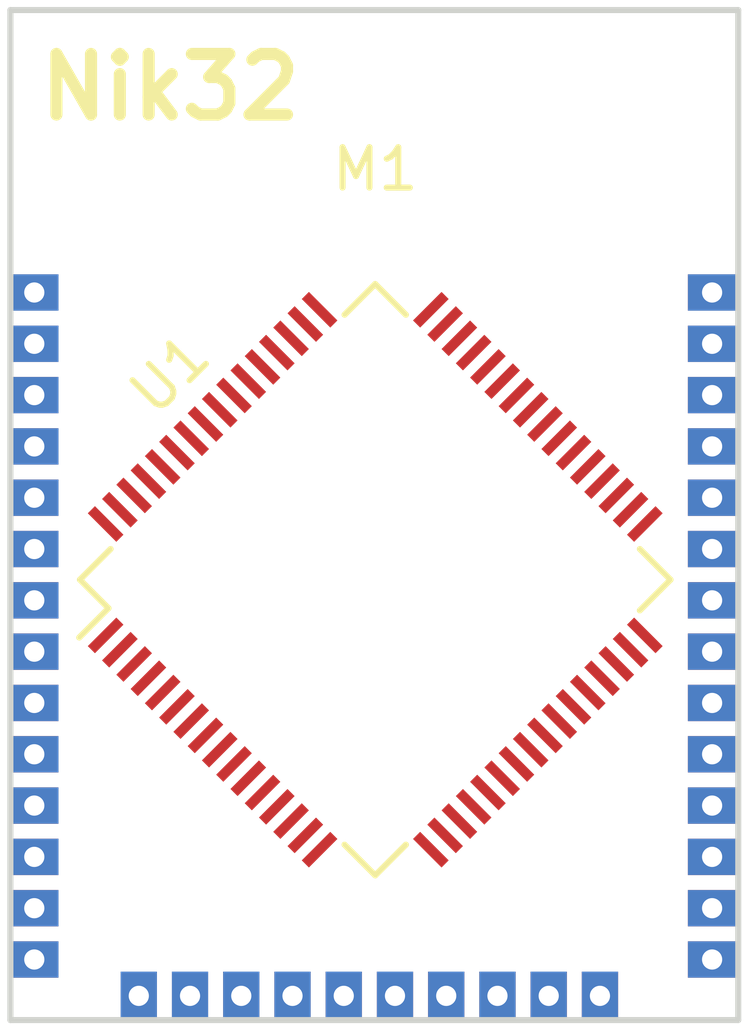
<source format=kicad_pcb>
(kicad_pcb (version 20171130) (host pcbnew "(5.0.0)")

  (general
    (thickness 1.6)
    (drawings 9)
    (tracks 0)
    (zones 0)
    (modules 2)
    (nets 103)
  )

  (page A4)
  (layers
    (0 F.Cu signal)
    (31 B.Cu signal)
    (32 B.Adhes user)
    (33 F.Adhes user)
    (34 B.Paste user)
    (35 F.Paste user)
    (36 B.SilkS user)
    (37 F.SilkS user)
    (38 B.Mask user)
    (39 F.Mask user)
    (40 Dwgs.User user)
    (41 Cmts.User user)
    (42 Eco1.User user)
    (43 Eco2.User user)
    (44 Edge.Cuts user)
    (45 Margin user)
    (46 B.CrtYd user hide)
    (47 F.CrtYd user)
    (48 B.Fab user hide)
    (49 F.Fab user hide)
  )

  (setup
    (last_trace_width 0.25)
    (trace_clearance 0.2)
    (zone_clearance 0.508)
    (zone_45_only no)
    (trace_min 0.2)
    (segment_width 0.2)
    (edge_width 0.15)
    (via_size 0.8)
    (via_drill 0.4)
    (via_min_size 0.4)
    (via_min_drill 0.3)
    (uvia_size 0.3)
    (uvia_drill 0.1)
    (uvias_allowed no)
    (uvia_min_size 0.2)
    (uvia_min_drill 0.1)
    (pcb_text_width 0.3)
    (pcb_text_size 1.5 1.5)
    (mod_edge_width 0.15)
    (mod_text_size 1 1)
    (mod_text_width 0.15)
    (pad_size 1.524 1.524)
    (pad_drill 0.762)
    (pad_to_mask_clearance 0.2)
    (aux_axis_origin 0 0)
    (visible_elements 7FFFFFFF)
    (pcbplotparams
      (layerselection 0x010fc_ffffffff)
      (usegerberextensions false)
      (usegerberattributes false)
      (usegerberadvancedattributes false)
      (creategerberjobfile false)
      (excludeedgelayer true)
      (linewidth 0.100000)
      (plotframeref false)
      (viasonmask false)
      (mode 1)
      (useauxorigin false)
      (hpglpennumber 1)
      (hpglpenspeed 20)
      (hpglpendiameter 15.000000)
      (psnegative false)
      (psa4output false)
      (plotreference true)
      (plotvalue true)
      (plotinvisibletext false)
      (padsonsilk false)
      (subtractmaskfromsilk false)
      (outputformat 1)
      (mirror false)
      (drillshape 1)
      (scaleselection 1)
      (outputdirectory ""))
  )

  (net 0 "")
  (net 1 "Net-(M1-Pad1)")
  (net 2 "Net-(M1-Pad2)")
  (net 3 "Net-(M1-Pad3)")
  (net 4 "Net-(M1-Pad4)")
  (net 5 "Net-(M1-Pad5)")
  (net 6 "Net-(M1-Pad6)")
  (net 7 "Net-(M1-Pad7)")
  (net 8 "Net-(M1-Pad8)")
  (net 9 "Net-(M1-Pad9)")
  (net 10 "Net-(M1-Pad10)")
  (net 11 "Net-(M1-Pad11)")
  (net 12 "Net-(M1-Pad12)")
  (net 13 "Net-(M1-Pad13)")
  (net 14 "Net-(M1-Pad14)")
  (net 15 "Net-(M1-Pad38)")
  (net 16 "Net-(M1-Pad25)")
  (net 17 "Net-(M1-Pad26)")
  (net 18 "Net-(M1-Pad27)")
  (net 19 "Net-(M1-Pad28)")
  (net 20 "Net-(M1-Pad29)")
  (net 21 "Net-(M1-Pad30)")
  (net 22 "Net-(M1-Pad31)")
  (net 23 "Net-(M1-Pad32)")
  (net 24 "Net-(M1-Pad33)")
  (net 25 "Net-(M1-Pad34)")
  (net 26 "Net-(M1-Pad35)")
  (net 27 "Net-(M1-Pad36)")
  (net 28 "Net-(M1-Pad37)")
  (net 29 "Net-(M1-Pad15)")
  (net 30 "Net-(M1-Pad16)")
  (net 31 "Net-(M1-Pad17)")
  (net 32 "Net-(M1-Pad18)")
  (net 33 "Net-(M1-Pad19)")
  (net 34 "Net-(M1-Pad20)")
  (net 35 "Net-(M1-Pad21)")
  (net 36 "Net-(M1-Pad22)")
  (net 37 "Net-(M1-Pad23)")
  (net 38 "Net-(M1-Pad24)")
  (net 39 "Net-(U1-Pad1)")
  (net 40 "Net-(U1-Pad2)")
  (net 41 "Net-(U1-Pad3)")
  (net 42 "Net-(U1-Pad4)")
  (net 43 "Net-(U1-Pad5)")
  (net 44 "Net-(U1-Pad6)")
  (net 45 "Net-(U1-Pad7)")
  (net 46 "Net-(U1-Pad8)")
  (net 47 "Net-(U1-Pad9)")
  (net 48 "Net-(U1-Pad10)")
  (net 49 "Net-(U1-Pad11)")
  (net 50 "Net-(U1-Pad12)")
  (net 51 "Net-(U1-Pad13)")
  (net 52 "Net-(U1-Pad14)")
  (net 53 "Net-(U1-Pad15)")
  (net 54 "Net-(U1-Pad16)")
  (net 55 "Net-(U1-Pad17)")
  (net 56 "Net-(U1-Pad18)")
  (net 57 "Net-(U1-Pad19)")
  (net 58 "Net-(U1-Pad20)")
  (net 59 "Net-(U1-Pad21)")
  (net 60 "Net-(U1-Pad22)")
  (net 61 "Net-(U1-Pad23)")
  (net 62 "Net-(U1-Pad24)")
  (net 63 "Net-(U1-Pad25)")
  (net 64 "Net-(U1-Pad26)")
  (net 65 "Net-(U1-Pad27)")
  (net 66 "Net-(U1-Pad28)")
  (net 67 "Net-(U1-Pad29)")
  (net 68 "Net-(U1-Pad30)")
  (net 69 "Net-(U1-Pad31)")
  (net 70 "Net-(U1-Pad32)")
  (net 71 "Net-(U1-Pad33)")
  (net 72 "Net-(U1-Pad34)")
  (net 73 "Net-(U1-Pad35)")
  (net 74 "Net-(U1-Pad36)")
  (net 75 "Net-(U1-Pad37)")
  (net 76 "Net-(U1-Pad38)")
  (net 77 "Net-(U1-Pad39)")
  (net 78 "Net-(U1-Pad40)")
  (net 79 "Net-(U1-Pad41)")
  (net 80 "Net-(U1-Pad42)")
  (net 81 "Net-(U1-Pad43)")
  (net 82 "Net-(U1-Pad44)")
  (net 83 "Net-(U1-Pad45)")
  (net 84 "Net-(U1-Pad46)")
  (net 85 "Net-(U1-Pad47)")
  (net 86 "Net-(U1-Pad48)")
  (net 87 "Net-(U1-Pad49)")
  (net 88 "Net-(U1-Pad50)")
  (net 89 "Net-(U1-Pad51)")
  (net 90 "Net-(U1-Pad52)")
  (net 91 "Net-(U1-Pad53)")
  (net 92 "Net-(U1-Pad54)")
  (net 93 "Net-(U1-Pad55)")
  (net 94 "Net-(U1-Pad56)")
  (net 95 "Net-(U1-Pad57)")
  (net 96 "Net-(U1-Pad58)")
  (net 97 "Net-(U1-Pad59)")
  (net 98 "Net-(U1-Pad60)")
  (net 99 "Net-(U1-Pad61)")
  (net 100 "Net-(U1-Pad62)")
  (net 101 "Net-(U1-Pad63)")
  (net 102 "Net-(U1-Pad64)")

  (net_class Default "This is the default net class."
    (clearance 0.2)
    (trace_width 0.25)
    (via_dia 0.8)
    (via_drill 0.4)
    (uvia_dia 0.3)
    (uvia_drill 0.1)
    (add_net "Net-(M1-Pad1)")
    (add_net "Net-(M1-Pad10)")
    (add_net "Net-(M1-Pad11)")
    (add_net "Net-(M1-Pad12)")
    (add_net "Net-(M1-Pad13)")
    (add_net "Net-(M1-Pad14)")
    (add_net "Net-(M1-Pad15)")
    (add_net "Net-(M1-Pad16)")
    (add_net "Net-(M1-Pad17)")
    (add_net "Net-(M1-Pad18)")
    (add_net "Net-(M1-Pad19)")
    (add_net "Net-(M1-Pad2)")
    (add_net "Net-(M1-Pad20)")
    (add_net "Net-(M1-Pad21)")
    (add_net "Net-(M1-Pad22)")
    (add_net "Net-(M1-Pad23)")
    (add_net "Net-(M1-Pad24)")
    (add_net "Net-(M1-Pad25)")
    (add_net "Net-(M1-Pad26)")
    (add_net "Net-(M1-Pad27)")
    (add_net "Net-(M1-Pad28)")
    (add_net "Net-(M1-Pad29)")
    (add_net "Net-(M1-Pad3)")
    (add_net "Net-(M1-Pad30)")
    (add_net "Net-(M1-Pad31)")
    (add_net "Net-(M1-Pad32)")
    (add_net "Net-(M1-Pad33)")
    (add_net "Net-(M1-Pad34)")
    (add_net "Net-(M1-Pad35)")
    (add_net "Net-(M1-Pad36)")
    (add_net "Net-(M1-Pad37)")
    (add_net "Net-(M1-Pad38)")
    (add_net "Net-(M1-Pad4)")
    (add_net "Net-(M1-Pad5)")
    (add_net "Net-(M1-Pad6)")
    (add_net "Net-(M1-Pad7)")
    (add_net "Net-(M1-Pad8)")
    (add_net "Net-(M1-Pad9)")
    (add_net "Net-(U1-Pad1)")
    (add_net "Net-(U1-Pad10)")
    (add_net "Net-(U1-Pad11)")
    (add_net "Net-(U1-Pad12)")
    (add_net "Net-(U1-Pad13)")
    (add_net "Net-(U1-Pad14)")
    (add_net "Net-(U1-Pad15)")
    (add_net "Net-(U1-Pad16)")
    (add_net "Net-(U1-Pad17)")
    (add_net "Net-(U1-Pad18)")
    (add_net "Net-(U1-Pad19)")
    (add_net "Net-(U1-Pad2)")
    (add_net "Net-(U1-Pad20)")
    (add_net "Net-(U1-Pad21)")
    (add_net "Net-(U1-Pad22)")
    (add_net "Net-(U1-Pad23)")
    (add_net "Net-(U1-Pad24)")
    (add_net "Net-(U1-Pad25)")
    (add_net "Net-(U1-Pad26)")
    (add_net "Net-(U1-Pad27)")
    (add_net "Net-(U1-Pad28)")
    (add_net "Net-(U1-Pad29)")
    (add_net "Net-(U1-Pad3)")
    (add_net "Net-(U1-Pad30)")
    (add_net "Net-(U1-Pad31)")
    (add_net "Net-(U1-Pad32)")
    (add_net "Net-(U1-Pad33)")
    (add_net "Net-(U1-Pad34)")
    (add_net "Net-(U1-Pad35)")
    (add_net "Net-(U1-Pad36)")
    (add_net "Net-(U1-Pad37)")
    (add_net "Net-(U1-Pad38)")
    (add_net "Net-(U1-Pad39)")
    (add_net "Net-(U1-Pad4)")
    (add_net "Net-(U1-Pad40)")
    (add_net "Net-(U1-Pad41)")
    (add_net "Net-(U1-Pad42)")
    (add_net "Net-(U1-Pad43)")
    (add_net "Net-(U1-Pad44)")
    (add_net "Net-(U1-Pad45)")
    (add_net "Net-(U1-Pad46)")
    (add_net "Net-(U1-Pad47)")
    (add_net "Net-(U1-Pad48)")
    (add_net "Net-(U1-Pad49)")
    (add_net "Net-(U1-Pad5)")
    (add_net "Net-(U1-Pad50)")
    (add_net "Net-(U1-Pad51)")
    (add_net "Net-(U1-Pad52)")
    (add_net "Net-(U1-Pad53)")
    (add_net "Net-(U1-Pad54)")
    (add_net "Net-(U1-Pad55)")
    (add_net "Net-(U1-Pad56)")
    (add_net "Net-(U1-Pad57)")
    (add_net "Net-(U1-Pad58)")
    (add_net "Net-(U1-Pad59)")
    (add_net "Net-(U1-Pad6)")
    (add_net "Net-(U1-Pad60)")
    (add_net "Net-(U1-Pad61)")
    (add_net "Net-(U1-Pad62)")
    (add_net "Net-(U1-Pad63)")
    (add_net "Net-(U1-Pad64)")
    (add_net "Net-(U1-Pad7)")
    (add_net "Net-(U1-Pad8)")
    (add_net "Net-(U1-Pad9)")
  )

  (module nik_things:esp32_board (layer F.Cu) (tedit 5CDDB125) (tstamp 5D02EEB9)
    (at 155.542 90.041001)
    (path /5CDF0DAD)
    (fp_text reference M1 (at 9.05 3.938999) (layer F.SilkS)
      (effects (font (size 1 1) (thickness 0.15)))
    )
    (fp_text value ESP-32S (at 12.098 0.890999) (layer F.Fab)
      (effects (font (size 1 1) (thickness 0.15)))
    )
    (fp_line (start 0 25) (end 18 25) (layer F.Fab) (width 0.15))
    (fp_line (start 18 25) (end 0 25) (layer F.CrtYd) (width 0.15))
    (fp_line (start 0 6.5) (end 1.5 6.5) (layer F.CrtYd) (width 0.15))
    (fp_line (start 1.5 23.5) (end 16.5 23.5) (layer F.CrtYd) (width 0.15))
    (fp_line (start 16.5 6.5) (end 18 6.5) (layer F.CrtYd) (width 0.15))
    (fp_line (start 18 25) (end 18 6.5) (layer F.CrtYd) (width 0.15))
    (fp_line (start 0 6.5) (end 0 25) (layer F.CrtYd) (width 0.15))
    (fp_line (start 16.5 23.5) (end 16.5 19) (layer F.CrtYd) (width 0.15))
    (fp_line (start 16.5 19) (end 18 19) (layer F.CrtYd) (width 0.15))
    (fp_line (start 16.5 6.5) (end 16.5 11.5) (layer F.CrtYd) (width 0.15))
    (fp_line (start 16.5 11.5) (end 18 11.5) (layer F.CrtYd) (width 0.15))
    (fp_line (start 18 11.5) (end 18 19) (layer F.CrtYd) (width 0.15))
    (fp_line (start 0 19) (end 1.5 19) (layer F.CrtYd) (width 0.15))
    (fp_line (start 0 19) (end 0 11.5) (layer F.CrtYd) (width 0.15))
    (fp_line (start 0 11.5) (end 1.5 11.5) (layer F.CrtYd) (width 0.15))
    (fp_line (start 1.5 23.5) (end 1.5 19) (layer F.CrtYd) (width 0.15))
    (fp_line (start 1.5 11.5) (end 1.5 6.5) (layer F.CrtYd) (width 0.15))
    (pad 1 thru_hole rect (at 0.6 6.99) (size 1.2 0.9) (drill 0.5) (layers *.Cu *.Mask)
      (net 1 "Net-(M1-Pad1)"))
    (pad 16 thru_hole rect (at 4.46 24.4) (size 0.9 1.2) (drill 0.5) (layers *.Cu *.Mask)
      (net 30 "Net-(M1-Pad16)"))
    (pad 38 thru_hole rect (at 17.4 6.99) (size 1.2 0.9) (drill 0.5) (layers *.Cu *.Mask)
      (net 15 "Net-(M1-Pad38)"))
    (pad 2 thru_hole rect (at 0.6 8.26) (size 1.2 0.9) (drill 0.5) (layers *.Cu *.Mask)
      (net 2 "Net-(M1-Pad2)"))
    (pad 3 thru_hole rect (at 0.6 9.53) (size 1.2 0.9) (drill 0.5) (layers *.Cu *.Mask)
      (net 3 "Net-(M1-Pad3)"))
    (pad 4 thru_hole rect (at 0.6 10.8) (size 1.2 0.9) (drill 0.5) (layers *.Cu *.Mask)
      (net 4 "Net-(M1-Pad4)"))
    (pad 5 thru_hole rect (at 0.6 12.07) (size 1.2 0.9) (drill 0.5) (layers *.Cu *.Mask)
      (net 5 "Net-(M1-Pad5)"))
    (pad 6 thru_hole rect (at 0.6 13.34) (size 1.2 0.9) (drill 0.5) (layers *.Cu *.Mask)
      (net 6 "Net-(M1-Pad6)"))
    (pad 7 thru_hole rect (at 0.6 14.61) (size 1.2 0.9) (drill 0.5) (layers *.Cu *.Mask)
      (net 7 "Net-(M1-Pad7)"))
    (pad 8 thru_hole rect (at 0.6 15.88) (size 1.2 0.9) (drill 0.5) (layers *.Cu *.Mask)
      (net 8 "Net-(M1-Pad8)"))
    (pad 9 thru_hole rect (at 0.6 17.15) (size 1.2 0.9) (drill 0.5) (layers *.Cu *.Mask)
      (net 9 "Net-(M1-Pad9)"))
    (pad 10 thru_hole rect (at 0.6 18.42) (size 1.2 0.9) (drill 0.5) (layers *.Cu *.Mask)
      (net 10 "Net-(M1-Pad10)"))
    (pad 11 thru_hole rect (at 0.6 19.69) (size 1.2 0.9) (drill 0.5) (layers *.Cu *.Mask)
      (net 11 "Net-(M1-Pad11)"))
    (pad 12 thru_hole rect (at 0.6 20.96) (size 1.2 0.9) (drill 0.5) (layers *.Cu *.Mask)
      (net 12 "Net-(M1-Pad12)"))
    (pad 13 thru_hole rect (at 0.6 22.23) (size 1.2 0.9) (drill 0.5) (layers *.Cu *.Mask)
      (net 13 "Net-(M1-Pad13)"))
    (pad 14 thru_hole rect (at 0.6 23.5) (size 1.2 0.9) (drill 0.5) (layers *.Cu *.Mask)
      (net 14 "Net-(M1-Pad14)"))
    (pad 15 thru_hole rect (at 3.19 24.4) (size 0.9 1.2) (drill 0.5) (layers *.Cu *.Mask)
      (net 29 "Net-(M1-Pad15)"))
    (pad 17 thru_hole rect (at 5.73 24.4) (size 0.9 1.2) (drill 0.5) (layers *.Cu *.Mask)
      (net 31 "Net-(M1-Pad17)"))
    (pad 18 thru_hole rect (at 7 24.4) (size 0.9 1.2) (drill 0.5) (layers *.Cu *.Mask)
      (net 32 "Net-(M1-Pad18)"))
    (pad 19 thru_hole rect (at 8.27 24.4) (size 0.9 1.2) (drill 0.5) (layers *.Cu *.Mask)
      (net 33 "Net-(M1-Pad19)"))
    (pad 20 thru_hole rect (at 9.54 24.4) (size 0.9 1.2) (drill 0.5) (layers *.Cu *.Mask)
      (net 34 "Net-(M1-Pad20)"))
    (pad 21 thru_hole rect (at 10.81 24.4) (size 0.9 1.2) (drill 0.5) (layers *.Cu *.Mask)
      (net 35 "Net-(M1-Pad21)"))
    (pad 22 thru_hole rect (at 12.08 24.4) (size 0.9 1.2) (drill 0.5) (layers *.Cu *.Mask)
      (net 36 "Net-(M1-Pad22)"))
    (pad 23 thru_hole rect (at 13.35 24.4) (size 0.9 1.2) (drill 0.5) (layers *.Cu *.Mask)
      (net 37 "Net-(M1-Pad23)"))
    (pad 24 thru_hole rect (at 14.62 24.4 90) (size 1.2 0.9) (drill 0.5) (layers *.Cu *.Mask)
      (net 38 "Net-(M1-Pad24)"))
    (pad 25 thru_hole rect (at 17.4 23.5) (size 1.2 0.9) (drill 0.5) (layers *.Cu *.Mask)
      (net 16 "Net-(M1-Pad25)"))
    (pad 26 thru_hole rect (at 17.4 22.23) (size 1.2 0.9) (drill 0.5) (layers *.Cu *.Mask)
      (net 17 "Net-(M1-Pad26)"))
    (pad 27 thru_hole rect (at 17.4 20.96) (size 1.2 0.9) (drill 0.5) (layers *.Cu *.Mask)
      (net 18 "Net-(M1-Pad27)"))
    (pad 28 thru_hole rect (at 17.4 19.69) (size 1.2 0.9) (drill 0.5) (layers *.Cu *.Mask)
      (net 19 "Net-(M1-Pad28)"))
    (pad 29 thru_hole rect (at 17.4 18.42) (size 1.2 0.9) (drill 0.5) (layers *.Cu *.Mask)
      (net 20 "Net-(M1-Pad29)"))
    (pad 30 thru_hole rect (at 17.4 17.15) (size 1.2 0.9) (drill 0.5) (layers *.Cu *.Mask)
      (net 21 "Net-(M1-Pad30)"))
    (pad 31 thru_hole rect (at 17.4 15.88) (size 1.2 0.9) (drill 0.5) (layers *.Cu *.Mask)
      (net 22 "Net-(M1-Pad31)"))
    (pad 32 thru_hole rect (at 17.4 14.61) (size 1.2 0.9) (drill 0.5) (layers *.Cu *.Mask)
      (net 23 "Net-(M1-Pad32)"))
    (pad 33 thru_hole rect (at 17.4 13.34) (size 1.2 0.9) (drill 0.5) (layers *.Cu *.Mask)
      (net 24 "Net-(M1-Pad33)"))
    (pad 34 thru_hole rect (at 17.4 12.07) (size 1.2 0.9) (drill 0.5) (layers *.Cu *.Mask)
      (net 25 "Net-(M1-Pad34)"))
    (pad 35 thru_hole rect (at 17.4 10.8) (size 1.2 0.9) (drill 0.5) (layers *.Cu *.Mask)
      (net 26 "Net-(M1-Pad35)"))
    (pad 36 thru_hole rect (at 17.4 9.53) (size 1.2 0.9) (drill 0.5) (layers *.Cu *.Mask)
      (net 27 "Net-(M1-Pad36)"))
    (pad 37 thru_hole rect (at 17.4 8.26) (size 1.2 0.9) (drill 0.5) (layers *.Cu *.Mask)
      (net 28 "Net-(M1-Pad37)"))
  )

  (module Package_QFP:LQFP-64_10x10mm_P0.5mm (layer F.Cu) (tedit 5A02F146) (tstamp 5CA59010)
    (at 164.592 104.14 45)
    (descr "64 LEAD LQFP 10x10mm (see MICREL LQFP10x10-64LD-PL-1.pdf)")
    (tags "QFP 0.5")
    (path /5CDF0C44)
    (attr smd)
    (fp_text reference U1 (at 0 -7.2 45) (layer F.SilkS)
      (effects (font (size 1 1) (thickness 0.15)))
    )
    (fp_text value STM32F411RETx (at 0 7.2 45) (layer F.Fab)
      (effects (font (size 1 1) (thickness 0.15)))
    )
    (fp_text user %R (at 0 0 45) (layer F.Fab)
      (effects (font (size 1 1) (thickness 0.15)))
    )
    (fp_line (start -4 -5) (end 5 -5) (layer F.Fab) (width 0.15))
    (fp_line (start 5 -5) (end 5 5) (layer F.Fab) (width 0.15))
    (fp_line (start 5 5) (end -5 5) (layer F.Fab) (width 0.15))
    (fp_line (start -5 5) (end -5 -4) (layer F.Fab) (width 0.15))
    (fp_line (start -5 -4) (end -4 -5) (layer F.Fab) (width 0.15))
    (fp_line (start -6.45 -6.45) (end -6.45 6.45) (layer F.CrtYd) (width 0.05))
    (fp_line (start 6.45 -6.45) (end 6.45 6.45) (layer F.CrtYd) (width 0.05))
    (fp_line (start -6.45 -6.45) (end 6.45 -6.45) (layer F.CrtYd) (width 0.05))
    (fp_line (start -6.45 6.45) (end 6.45 6.45) (layer F.CrtYd) (width 0.05))
    (fp_line (start -5.175 -5.175) (end -5.175 -4.175) (layer F.SilkS) (width 0.15))
    (fp_line (start 5.175 -5.175) (end 5.175 -4.1) (layer F.SilkS) (width 0.15))
    (fp_line (start 5.175 5.175) (end 5.175 4.1) (layer F.SilkS) (width 0.15))
    (fp_line (start -5.175 5.175) (end -5.175 4.1) (layer F.SilkS) (width 0.15))
    (fp_line (start -5.175 -5.175) (end -4.1 -5.175) (layer F.SilkS) (width 0.15))
    (fp_line (start -5.175 5.175) (end -4.1 5.175) (layer F.SilkS) (width 0.15))
    (fp_line (start 5.175 5.175) (end 4.1 5.175) (layer F.SilkS) (width 0.15))
    (fp_line (start 5.175 -5.175) (end 4.1 -5.175) (layer F.SilkS) (width 0.15))
    (fp_line (start -5.175 -4.175) (end -6.2 -4.175) (layer F.SilkS) (width 0.15))
    (pad 1 smd rect (at -5.7 -3.75 45) (size 1 0.25) (layers F.Cu F.Paste F.Mask)
      (net 39 "Net-(U1-Pad1)"))
    (pad 2 smd rect (at -5.7 -3.25 45) (size 1 0.25) (layers F.Cu F.Paste F.Mask)
      (net 40 "Net-(U1-Pad2)"))
    (pad 3 smd rect (at -5.7 -2.75 45) (size 1 0.25) (layers F.Cu F.Paste F.Mask)
      (net 41 "Net-(U1-Pad3)"))
    (pad 4 smd rect (at -5.7 -2.25 45) (size 1 0.25) (layers F.Cu F.Paste F.Mask)
      (net 42 "Net-(U1-Pad4)"))
    (pad 5 smd rect (at -5.7 -1.75 45) (size 1 0.25) (layers F.Cu F.Paste F.Mask)
      (net 43 "Net-(U1-Pad5)"))
    (pad 6 smd rect (at -5.7 -1.25 45) (size 1 0.25) (layers F.Cu F.Paste F.Mask)
      (net 44 "Net-(U1-Pad6)"))
    (pad 7 smd rect (at -5.7 -0.75 45) (size 1 0.25) (layers F.Cu F.Paste F.Mask)
      (net 45 "Net-(U1-Pad7)"))
    (pad 8 smd rect (at -5.7 -0.25 45) (size 1 0.25) (layers F.Cu F.Paste F.Mask)
      (net 46 "Net-(U1-Pad8)"))
    (pad 9 smd rect (at -5.7 0.25 45) (size 1 0.25) (layers F.Cu F.Paste F.Mask)
      (net 47 "Net-(U1-Pad9)"))
    (pad 10 smd rect (at -5.7 0.75 45) (size 1 0.25) (layers F.Cu F.Paste F.Mask)
      (net 48 "Net-(U1-Pad10)"))
    (pad 11 smd rect (at -5.7 1.25 45) (size 1 0.25) (layers F.Cu F.Paste F.Mask)
      (net 49 "Net-(U1-Pad11)"))
    (pad 12 smd rect (at -5.7 1.75 45) (size 1 0.25) (layers F.Cu F.Paste F.Mask)
      (net 50 "Net-(U1-Pad12)"))
    (pad 13 smd rect (at -5.7 2.25 45) (size 1 0.25) (layers F.Cu F.Paste F.Mask)
      (net 51 "Net-(U1-Pad13)"))
    (pad 14 smd rect (at -5.7 2.75 45) (size 1 0.25) (layers F.Cu F.Paste F.Mask)
      (net 52 "Net-(U1-Pad14)"))
    (pad 15 smd rect (at -5.7 3.25 45) (size 1 0.25) (layers F.Cu F.Paste F.Mask)
      (net 53 "Net-(U1-Pad15)"))
    (pad 16 smd rect (at -5.7 3.75 45) (size 1 0.25) (layers F.Cu F.Paste F.Mask)
      (net 54 "Net-(U1-Pad16)"))
    (pad 17 smd rect (at -3.75 5.7 135) (size 1 0.25) (layers F.Cu F.Paste F.Mask)
      (net 55 "Net-(U1-Pad17)"))
    (pad 18 smd rect (at -3.25 5.7 135) (size 1 0.25) (layers F.Cu F.Paste F.Mask)
      (net 56 "Net-(U1-Pad18)"))
    (pad 19 smd rect (at -2.75 5.7 135) (size 1 0.25) (layers F.Cu F.Paste F.Mask)
      (net 57 "Net-(U1-Pad19)"))
    (pad 20 smd rect (at -2.25 5.7 135) (size 1 0.25) (layers F.Cu F.Paste F.Mask)
      (net 58 "Net-(U1-Pad20)"))
    (pad 21 smd rect (at -1.75 5.7 135) (size 1 0.25) (layers F.Cu F.Paste F.Mask)
      (net 59 "Net-(U1-Pad21)"))
    (pad 22 smd rect (at -1.25 5.7 135) (size 1 0.25) (layers F.Cu F.Paste F.Mask)
      (net 60 "Net-(U1-Pad22)"))
    (pad 23 smd rect (at -0.75 5.7 135) (size 1 0.25) (layers F.Cu F.Paste F.Mask)
      (net 61 "Net-(U1-Pad23)"))
    (pad 24 smd rect (at -0.25 5.7 135) (size 1 0.25) (layers F.Cu F.Paste F.Mask)
      (net 62 "Net-(U1-Pad24)"))
    (pad 25 smd rect (at 0.25 5.7 135) (size 1 0.25) (layers F.Cu F.Paste F.Mask)
      (net 63 "Net-(U1-Pad25)"))
    (pad 26 smd rect (at 0.75 5.7 135) (size 1 0.25) (layers F.Cu F.Paste F.Mask)
      (net 64 "Net-(U1-Pad26)"))
    (pad 27 smd rect (at 1.25 5.7 135) (size 1 0.25) (layers F.Cu F.Paste F.Mask)
      (net 65 "Net-(U1-Pad27)"))
    (pad 28 smd rect (at 1.75 5.7 135) (size 1 0.25) (layers F.Cu F.Paste F.Mask)
      (net 66 "Net-(U1-Pad28)"))
    (pad 29 smd rect (at 2.25 5.7 135) (size 1 0.25) (layers F.Cu F.Paste F.Mask)
      (net 67 "Net-(U1-Pad29)"))
    (pad 30 smd rect (at 2.75 5.7 135) (size 1 0.25) (layers F.Cu F.Paste F.Mask)
      (net 68 "Net-(U1-Pad30)"))
    (pad 31 smd rect (at 3.25 5.7 135) (size 1 0.25) (layers F.Cu F.Paste F.Mask)
      (net 69 "Net-(U1-Pad31)"))
    (pad 32 smd rect (at 3.75 5.7 135) (size 1 0.25) (layers F.Cu F.Paste F.Mask)
      (net 70 "Net-(U1-Pad32)"))
    (pad 33 smd rect (at 5.7 3.75 45) (size 1 0.25) (layers F.Cu F.Paste F.Mask)
      (net 71 "Net-(U1-Pad33)"))
    (pad 34 smd rect (at 5.7 3.25 45) (size 1 0.25) (layers F.Cu F.Paste F.Mask)
      (net 72 "Net-(U1-Pad34)"))
    (pad 35 smd rect (at 5.7 2.75 45) (size 1 0.25) (layers F.Cu F.Paste F.Mask)
      (net 73 "Net-(U1-Pad35)"))
    (pad 36 smd rect (at 5.7 2.25 45) (size 1 0.25) (layers F.Cu F.Paste F.Mask)
      (net 74 "Net-(U1-Pad36)"))
    (pad 37 smd rect (at 5.7 1.75 45) (size 1 0.25) (layers F.Cu F.Paste F.Mask)
      (net 75 "Net-(U1-Pad37)"))
    (pad 38 smd rect (at 5.7 1.25 45) (size 1 0.25) (layers F.Cu F.Paste F.Mask)
      (net 76 "Net-(U1-Pad38)"))
    (pad 39 smd rect (at 5.7 0.75 45) (size 1 0.25) (layers F.Cu F.Paste F.Mask)
      (net 77 "Net-(U1-Pad39)"))
    (pad 40 smd rect (at 5.7 0.25 45) (size 1 0.25) (layers F.Cu F.Paste F.Mask)
      (net 78 "Net-(U1-Pad40)"))
    (pad 41 smd rect (at 5.7 -0.25 45) (size 1 0.25) (layers F.Cu F.Paste F.Mask)
      (net 79 "Net-(U1-Pad41)"))
    (pad 42 smd rect (at 5.7 -0.75 45) (size 1 0.25) (layers F.Cu F.Paste F.Mask)
      (net 80 "Net-(U1-Pad42)"))
    (pad 43 smd rect (at 5.7 -1.25 45) (size 1 0.25) (layers F.Cu F.Paste F.Mask)
      (net 81 "Net-(U1-Pad43)"))
    (pad 44 smd rect (at 5.7 -1.75 45) (size 1 0.25) (layers F.Cu F.Paste F.Mask)
      (net 82 "Net-(U1-Pad44)"))
    (pad 45 smd rect (at 5.7 -2.25 45) (size 1 0.25) (layers F.Cu F.Paste F.Mask)
      (net 83 "Net-(U1-Pad45)"))
    (pad 46 smd rect (at 5.7 -2.75 45) (size 1 0.25) (layers F.Cu F.Paste F.Mask)
      (net 84 "Net-(U1-Pad46)"))
    (pad 47 smd rect (at 5.7 -3.25 45) (size 1 0.25) (layers F.Cu F.Paste F.Mask)
      (net 85 "Net-(U1-Pad47)"))
    (pad 48 smd rect (at 5.7 -3.75 45) (size 1 0.25) (layers F.Cu F.Paste F.Mask)
      (net 86 "Net-(U1-Pad48)"))
    (pad 49 smd rect (at 3.75 -5.7 135) (size 1 0.25) (layers F.Cu F.Paste F.Mask)
      (net 87 "Net-(U1-Pad49)"))
    (pad 50 smd rect (at 3.25 -5.7 135) (size 1 0.25) (layers F.Cu F.Paste F.Mask)
      (net 88 "Net-(U1-Pad50)"))
    (pad 51 smd rect (at 2.75 -5.7 135) (size 1 0.25) (layers F.Cu F.Paste F.Mask)
      (net 89 "Net-(U1-Pad51)"))
    (pad 52 smd rect (at 2.25 -5.7 135) (size 1 0.25) (layers F.Cu F.Paste F.Mask)
      (net 90 "Net-(U1-Pad52)"))
    (pad 53 smd rect (at 1.75 -5.7 135) (size 1 0.25) (layers F.Cu F.Paste F.Mask)
      (net 91 "Net-(U1-Pad53)"))
    (pad 54 smd rect (at 1.25 -5.7 135) (size 1 0.25) (layers F.Cu F.Paste F.Mask)
      (net 92 "Net-(U1-Pad54)"))
    (pad 55 smd rect (at 0.75 -5.7 135) (size 1 0.25) (layers F.Cu F.Paste F.Mask)
      (net 93 "Net-(U1-Pad55)"))
    (pad 56 smd rect (at 0.25 -5.7 135) (size 1 0.25) (layers F.Cu F.Paste F.Mask)
      (net 94 "Net-(U1-Pad56)"))
    (pad 57 smd rect (at -0.25 -5.7 135) (size 1 0.25) (layers F.Cu F.Paste F.Mask)
      (net 95 "Net-(U1-Pad57)"))
    (pad 58 smd rect (at -0.75 -5.7 135) (size 1 0.25) (layers F.Cu F.Paste F.Mask)
      (net 96 "Net-(U1-Pad58)"))
    (pad 59 smd rect (at -1.25 -5.7 135) (size 1 0.25) (layers F.Cu F.Paste F.Mask)
      (net 97 "Net-(U1-Pad59)"))
    (pad 60 smd rect (at -1.75 -5.7 135) (size 1 0.25) (layers F.Cu F.Paste F.Mask)
      (net 98 "Net-(U1-Pad60)"))
    (pad 61 smd rect (at -2.25 -5.7 135) (size 1 0.25) (layers F.Cu F.Paste F.Mask)
      (net 99 "Net-(U1-Pad61)"))
    (pad 62 smd rect (at -2.75 -5.7 135) (size 1 0.25) (layers F.Cu F.Paste F.Mask)
      (net 100 "Net-(U1-Pad62)"))
    (pad 63 smd rect (at -3.25 -5.7 135) (size 1 0.25) (layers F.Cu F.Paste F.Mask)
      (net 101 "Net-(U1-Pad63)"))
    (pad 64 smd rect (at -3.75 -5.7 135) (size 1 0.25) (layers F.Cu F.Paste F.Mask)
      (net 102 "Net-(U1-Pad64)"))
    (model ${KISYS3DMOD}/Package_QFP.3dshapes/LQFP-64_10x10mm_P0.5mm.wrl
      (at (xyz 0 0 0))
      (scale (xyz 1 1 1))
      (rotate (xyz 0 0 0))
    )
  )

  (gr_line (start 173.59 90.04) (end 155.55 90.04) (layer Edge.Cuts) (width 0.15))
  (gr_line (start 173.59 115.04) (end 173.59 90.04) (layer Edge.Cuts) (width 0.15))
  (gr_line (start 155.55 115.04) (end 173.59 115.04) (layer Edge.Cuts) (width 0.15))
  (gr_line (start 155.55 90.04) (end 155.55 115.04) (layer Edge.Cuts) (width 0.15))
  (gr_line (start 173.59 90.04) (end 155.55 90.04) (layer Margin) (width 0.2))
  (gr_line (start 173.59 115.05) (end 173.59 90.04) (layer Margin) (width 0.2))
  (gr_line (start 155.55 115.05) (end 173.59 115.05) (layer Margin) (width 0.2))
  (gr_line (start 155.55 90.04) (end 155.55 115.05) (layer Margin) (width 0.2))
  (gr_text Nik32 (at 159.512 91.948) (layer F.SilkS)
    (effects (font (size 1.5 1.5) (thickness 0.3)))
  )

)

</source>
